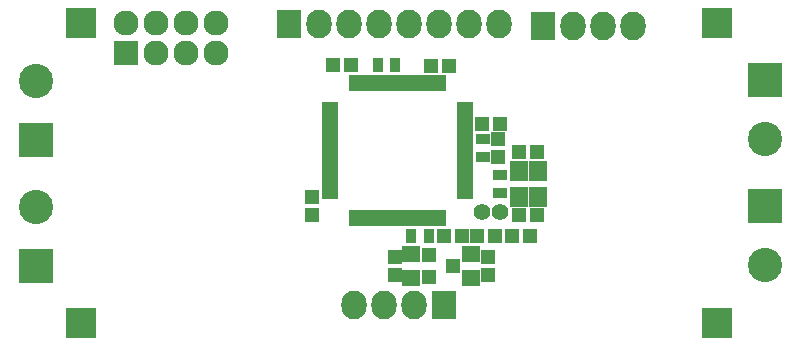
<source format=gbr>
G04 #@! TF.FileFunction,Soldermask,Top*
%FSLAX46Y46*%
G04 Gerber Fmt 4.6, Leading zero omitted, Abs format (unit mm)*
G04 Created by KiCad (PCBNEW 4.0.2-stable) date 2016年09月17日 星期六 10:25:48*
%MOMM*%
G01*
G04 APERTURE LIST*
%ADD10C,0.100000*%
%ADD11R,1.650000X1.400000*%
%ADD12R,1.150000X1.200000*%
%ADD13R,1.200000X1.150000*%
%ADD14R,2.900000X2.900000*%
%ADD15C,2.900000*%
%ADD16R,2.635200X2.635200*%
%ADD17R,2.127200X2.432000*%
%ADD18O,2.127200X2.432000*%
%ADD19R,2.127200X2.127200*%
%ADD20O,2.127200X2.127200*%
%ADD21R,0.900000X1.300000*%
%ADD22R,1.300000X0.900000*%
%ADD23R,1.200100X1.200100*%
%ADD24R,1.400000X0.650000*%
%ADD25R,0.650000X1.400000*%
%ADD26R,1.600000X1.800000*%
%ADD27C,1.400760*%
G04 APERTURE END LIST*
D10*
D11*
X150368000Y-97520000D03*
X150368000Y-95520000D03*
X145288000Y-97520000D03*
X145288000Y-95520000D03*
D12*
X151765000Y-95770000D03*
X151765000Y-97270000D03*
X143891000Y-95770000D03*
X143891000Y-97270000D03*
D13*
X148094000Y-93980000D03*
X149594000Y-93980000D03*
X154444000Y-86868000D03*
X155944000Y-86868000D03*
X155944000Y-92202000D03*
X154444000Y-92202000D03*
X153809000Y-93980000D03*
X155309000Y-93980000D03*
D12*
X152654000Y-87237000D03*
X152654000Y-85737000D03*
D13*
X151269000Y-84455000D03*
X152769000Y-84455000D03*
X152388000Y-93980000D03*
X150888000Y-93980000D03*
D12*
X136906000Y-90690000D03*
X136906000Y-92190000D03*
D13*
X146951000Y-79565500D03*
X148451000Y-79565500D03*
X140196000Y-79502000D03*
X138696000Y-79502000D03*
D14*
X175260000Y-80772000D03*
D15*
X175260000Y-85772000D03*
D14*
X175260000Y-91440000D03*
D15*
X175260000Y-96440000D03*
D16*
X171196000Y-75946000D03*
X171196000Y-101346000D03*
D14*
X113538000Y-85852000D03*
D15*
X113538000Y-80852000D03*
D14*
X113538000Y-96520000D03*
D15*
X113538000Y-91520000D03*
D16*
X117348000Y-75946000D03*
X117348000Y-101346000D03*
D17*
X134937500Y-76009500D03*
D18*
X137477500Y-76009500D03*
X140017500Y-76009500D03*
X142557500Y-76009500D03*
X145097500Y-76009500D03*
X147637500Y-76009500D03*
X150177500Y-76009500D03*
X152717500Y-76009500D03*
D17*
X148082000Y-99822000D03*
D18*
X145542000Y-99822000D03*
X143002000Y-99822000D03*
X140462000Y-99822000D03*
D17*
X156464000Y-76200000D03*
D18*
X159004000Y-76200000D03*
X161544000Y-76200000D03*
X164084000Y-76200000D03*
D19*
X121158000Y-78486000D03*
D20*
X121158000Y-75946000D03*
X123698000Y-78486000D03*
X123698000Y-75946000D03*
X126238000Y-78486000D03*
X126238000Y-75946000D03*
X128778000Y-78486000D03*
X128778000Y-75946000D03*
D21*
X143942500Y-79502000D03*
X142442500Y-79502000D03*
X146800000Y-93980000D03*
X145300000Y-93980000D03*
D22*
X152781000Y-88785000D03*
X152781000Y-90285000D03*
X151384000Y-85737000D03*
X151384000Y-87237000D03*
D23*
X146827240Y-95570000D03*
X146827240Y-97470000D03*
X148826220Y-96520000D03*
D24*
X149845000Y-90491000D03*
X149845000Y-89991000D03*
X149845000Y-89491000D03*
X149845000Y-88991000D03*
X149845000Y-88491000D03*
X149845000Y-87991000D03*
X149845000Y-87491000D03*
X149845000Y-86991000D03*
X149845000Y-86491000D03*
X149845000Y-85991000D03*
X149845000Y-85491000D03*
X149845000Y-84991000D03*
X149845000Y-84491000D03*
X149845000Y-83991000D03*
X149845000Y-83491000D03*
X149845000Y-82991000D03*
D25*
X147895000Y-81041000D03*
X147395000Y-81041000D03*
X146895000Y-81041000D03*
X146395000Y-81041000D03*
X145895000Y-81041000D03*
X145395000Y-81041000D03*
X144895000Y-81041000D03*
X144395000Y-81041000D03*
X143895000Y-81041000D03*
X143395000Y-81041000D03*
X142895000Y-81041000D03*
X142395000Y-81041000D03*
X141895000Y-81041000D03*
X141395000Y-81041000D03*
X140895000Y-81041000D03*
X140395000Y-81041000D03*
D24*
X138445000Y-82991000D03*
X138445000Y-83491000D03*
X138445000Y-83991000D03*
X138445000Y-84491000D03*
X138445000Y-84991000D03*
X138445000Y-85491000D03*
X138445000Y-85991000D03*
X138445000Y-86491000D03*
X138445000Y-86991000D03*
X138445000Y-87491000D03*
X138445000Y-87991000D03*
X138445000Y-88491000D03*
X138445000Y-88991000D03*
X138445000Y-89491000D03*
X138445000Y-89991000D03*
X138445000Y-90491000D03*
D25*
X140395000Y-92441000D03*
X140895000Y-92441000D03*
X141395000Y-92441000D03*
X141895000Y-92441000D03*
X142395000Y-92441000D03*
X142895000Y-92441000D03*
X143395000Y-92441000D03*
X143895000Y-92441000D03*
X144395000Y-92441000D03*
X144895000Y-92441000D03*
X145395000Y-92441000D03*
X145895000Y-92441000D03*
X146395000Y-92441000D03*
X146895000Y-92441000D03*
X147395000Y-92441000D03*
X147895000Y-92441000D03*
D26*
X154394000Y-88435000D03*
X154394000Y-90635000D03*
X155994000Y-88435000D03*
X155994000Y-90635000D03*
D27*
X152768300Y-91948000D03*
X151269700Y-91948000D03*
M02*

</source>
